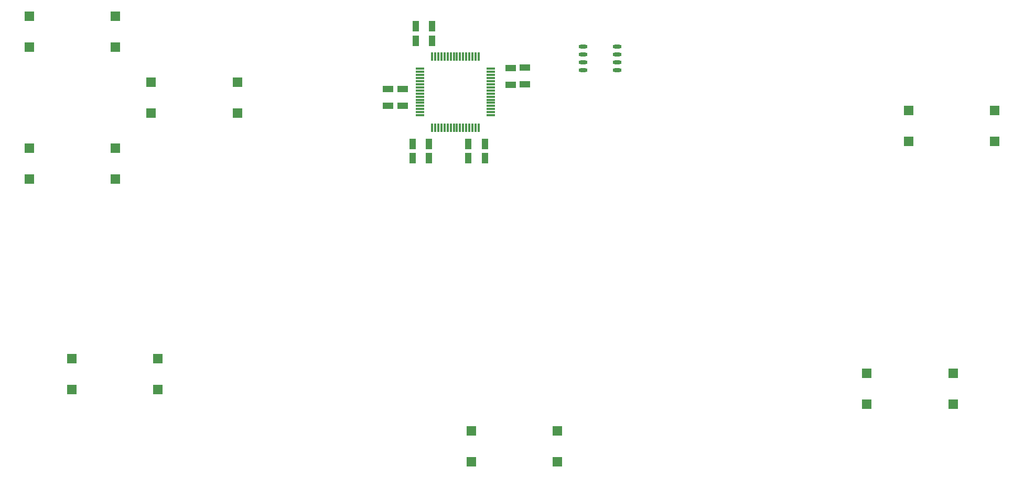
<source format=gtp>
G04*
G04 #@! TF.GenerationSoftware,Altium Limited,Altium Designer,19.1.5 (86)*
G04*
G04 Layer_Color=8421504*
%FSLAX25Y25*%
%MOIN*%
G70*
G01*
G75*
%ADD21R,0.04331X0.06693*%
%ADD22R,0.06102X0.06299*%
%ADD23R,0.06693X0.04331*%
%ADD24R,0.01181X0.05709*%
%ADD25R,0.05709X0.01181*%
%ADD26O,0.05709X0.02362*%
D21*
X209815Y358000D02*
D03*
X199185D02*
D03*
X197185Y283500D02*
D03*
X207815D02*
D03*
X197185Y292500D02*
D03*
X207815D02*
D03*
X243315Y283500D02*
D03*
X232685D02*
D03*
X243315Y292500D02*
D03*
X232685D02*
D03*
X199185Y367500D02*
D03*
X209815D02*
D03*
D22*
X234539Y109843D02*
D03*
X289461D02*
D03*
X234539Y90157D02*
D03*
X289461D02*
D03*
X31039Y331843D02*
D03*
X85961D02*
D03*
X31039Y312157D02*
D03*
X85961D02*
D03*
X35461Y136157D02*
D03*
X-19461D02*
D03*
X35461Y155843D02*
D03*
X-19461D02*
D03*
X567461Y294157D02*
D03*
X512539D02*
D03*
X567461Y313843D02*
D03*
X512539D02*
D03*
X540961Y126657D02*
D03*
X486039D02*
D03*
X540961Y146343D02*
D03*
X486039D02*
D03*
X-46461Y289843D02*
D03*
X8461D02*
D03*
X-46461Y270157D02*
D03*
X8461D02*
D03*
X-46461Y373843D02*
D03*
X8461D02*
D03*
X-46461Y354157D02*
D03*
X8461D02*
D03*
D23*
X191000Y327315D02*
D03*
Y316685D02*
D03*
X181500Y327315D02*
D03*
Y316685D02*
D03*
X268500Y341000D02*
D03*
Y330370D02*
D03*
X259500Y340815D02*
D03*
Y330185D02*
D03*
D24*
X209736Y348138D02*
D03*
X211705D02*
D03*
X213673D02*
D03*
X215642D02*
D03*
X217610D02*
D03*
X219579D02*
D03*
X221547D02*
D03*
X223516D02*
D03*
X225484D02*
D03*
X227453D02*
D03*
X229421D02*
D03*
X231390D02*
D03*
X233358D02*
D03*
X235327D02*
D03*
X237295D02*
D03*
X239264D02*
D03*
Y302862D02*
D03*
X237295D02*
D03*
X235327D02*
D03*
X233358D02*
D03*
X231390D02*
D03*
X229421D02*
D03*
X227453D02*
D03*
X225484D02*
D03*
X223516D02*
D03*
X221547D02*
D03*
X219579D02*
D03*
X217610D02*
D03*
X215642D02*
D03*
X213673D02*
D03*
X211705D02*
D03*
X209736D02*
D03*
D25*
X247138Y340264D02*
D03*
Y338295D02*
D03*
Y336327D02*
D03*
Y334358D02*
D03*
Y332390D02*
D03*
Y330421D02*
D03*
Y328453D02*
D03*
Y326484D02*
D03*
Y324516D02*
D03*
Y322547D02*
D03*
Y320579D02*
D03*
Y318610D02*
D03*
Y316642D02*
D03*
Y314673D02*
D03*
Y312705D02*
D03*
Y310736D02*
D03*
X201862D02*
D03*
Y312705D02*
D03*
Y314673D02*
D03*
Y316642D02*
D03*
Y318610D02*
D03*
Y320579D02*
D03*
Y322547D02*
D03*
Y324516D02*
D03*
Y326484D02*
D03*
Y328453D02*
D03*
Y330421D02*
D03*
Y332390D02*
D03*
Y334358D02*
D03*
Y336327D02*
D03*
Y338295D02*
D03*
Y340264D02*
D03*
D26*
X327228Y339500D02*
D03*
Y344500D02*
D03*
Y349500D02*
D03*
Y354500D02*
D03*
X305772Y339500D02*
D03*
Y344500D02*
D03*
Y349500D02*
D03*
Y354500D02*
D03*
M02*

</source>
